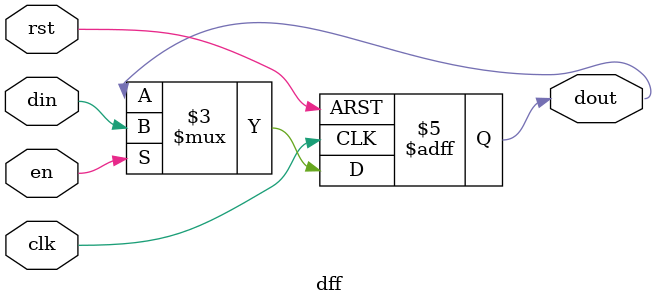
<source format=v>
`timescale 1ns / 1ps


module dff(
input clk,rst,din,en,
output reg dout
    );
   
    always@ (posedge clk or negedge rst)
    begin
    if(!rst)
       dout<=1'b0;
    else if(en)
       dout<=din;
    end
endmodule


</source>
